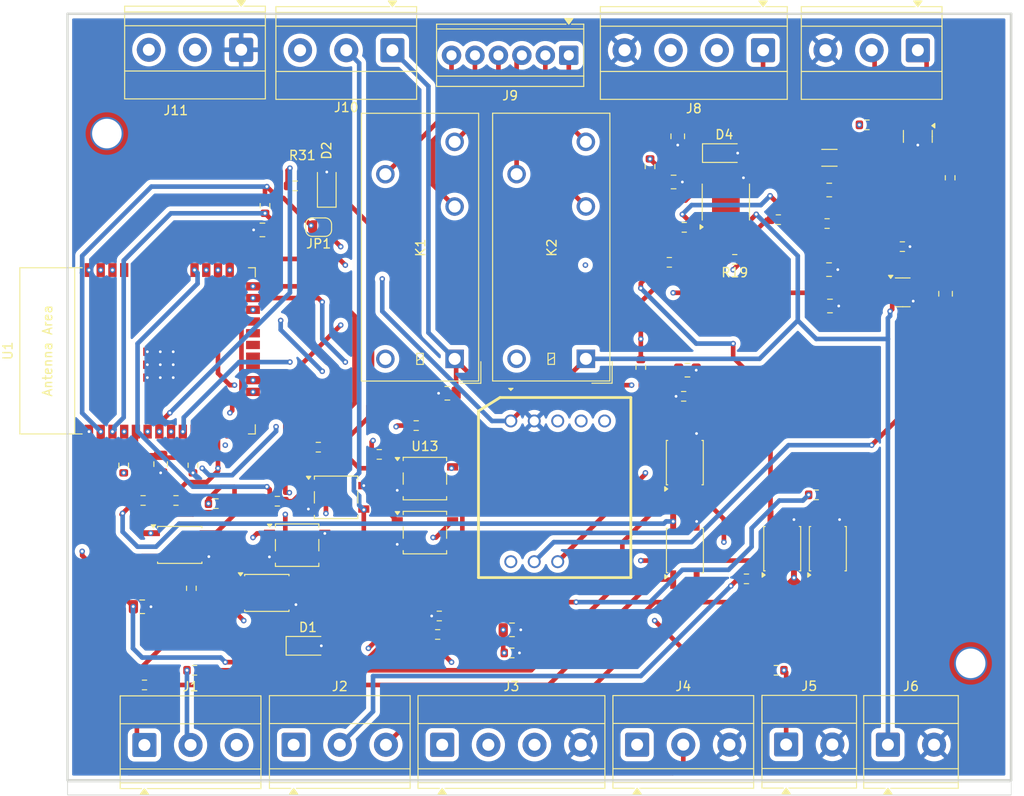
<source format=kicad_pcb>
(kicad_pcb (version 20241229) (generator "pcbnew") (generator_version "9.0")
  (layers (0 "F.Cu" signal) (4 "In1.Cu" signal) (6 "In2.Cu" signal) (2 "B.Cu" signal) (13 "F.Paste" user) (15 "B.Paste" user) (5 "F.SilkS" user "F.Silkscreen") (7 "B.SilkS" user "B.Silkscreen") (1 "F.Mask" user) (3 "B.Mask" user) (25 "Edge.Cuts" user))
  (net 0 "")
  (net 1 "GPIO1")
  (net 2 "+3.3V")
  (net 3 "/NIVARA_BOARD/VOLTAGE_AOUTPUT")
  (net 5 "/NIVARA_BOARD/mA_AOUTPUT+")
  (net 6 "/NIVARA_BOARD/+10V_AINPUT")
  (net 7 "/NIVARA_BOARD/+32V_AINPUT")
  (net 8 "GND")
  (net 11 "/NIVARA_BOARD/NPN_DOUTPUT_1")
  (net 12 "GPIO16")
  (net 14 "SPII06")
  (net 15 "/NIVARA_BOARD/NPN_DINPUT_1")
  (net 16 "Net-(U1-EN)")
  (net 18 "Net-(R10-Pad2)")
  (net 19 "Net-(U10-V5V)")
  (net 20 "/NIVARA_BOARD/PNP_DINPUT_0")
  (net 22 "Net-(R18-Pad2)")
  (net 23 "/NIVARA_BOARD/PNP_DINPUT_1")
  (net 24 "/NIVARA_BOARD/Modulo_RS485/~{TX}{slash}RX")
  (net 25 "GPIO48")
  (net 27 "/NIVARA_BOARD/NPN_DINPUT_0")
  (net 29 "GPIO47")
  (net 32 "Net-(R16-Pad2)")
  (net 34 "GPIO45")
  (net 35 "unconnected-(U1-SPIDQS{slash}GPIO37{slash}FSPIQ{slash}SUBSPIQ-Pad30)")
  (net 38 "/NIVARA_BOARD/~{RUN}{slash}STOP")
  (net 39 "GPIO10")
  (net 41 "VCC")
  (net 42 "Net-(U2-SW)")
  (net 43 "Net-(U2-BST)")
  (net 44 "/NIVARA_BOARD/RS485_B")
  (net 46 "/NIVARA_BOARD/RS485_A")
  (net 47 "GPIO21")
  (net 48 "GPIO4")
  (net 49 "/NIVARA_BOARD/RL2_OUTPUT_NC")
  (net 50 "/NIVARA_BOARD/RL2_OUTPUT_NO")
  (net 51 "/NIVARA_BOARD/RL2_COM")
  (net 52 "/NIVARA_BOARD/RL1_OUTPUT_NC")
  (net 53 "GPIO5")
  (net 54 "/NIVARA_BOARD/RL1_COM")
  (net 55 "/NIVARA_BOARD/RL1_OUTPUT_NO")
  (net 56 "Net-(R27-Pad2)")
  (net 57 "GPIO8")
  (net 58 "GPIO9")
  (net 59 "Net-(D2-A1)")
  (net 60 "/NIVARA_BOARD/Entradas_NPN/NPN_Output0")
  (net 61 "GPIO6")
  (net 62 "GPIO7")
  (net 63 "Net-(R31-Pad2)")
  (net 64 "Net-(R9-Pad2)")
  (net 65 "/NIVARA_BOARD/Entradas_NPN/NPN_Output1")
  (net 66 "/NIVARA_BOARD/Salida_mA/mA_IN")
  (net 67 "GPIO38")
  (net 68 "Net-(R15-Pad2)")
  (net 69 "Net-(R17-Pad2)")
  (net 70 "Net-(K1-PadA2)")
  (net 71 "Net-(K2-PadA2)")
  (net 73 "GPIO15")
  (net 75 "Net-(U2-FB)")
  (net 76 "Net-(U3-B)")
  (net 77 "Net-(U3-A)")
  (net 78 "GPIO2")
  (net 79 "NPNIN_GND")
  (net 80 "GPIO3")
  (net 81 "/NIVARA_BOARD/NPN_DOUTPUT_0")
  (net 82 "GPIO46")
  (net 83 "/NIVARA_BOARD/DRY_DINPUT_0")
  (net 84 "/NIVARA_BOARD/DRY_DINPUT_1")
  (net 85 "PNPIN_GND")
  (net 86 "Net-(R26-Pad2)")
  (net 87 "/NIVARA_BOARD/PNP_DOUTPUT_0")
  (net 88 "Net-(R30-Pad2)")
  (net 89 "/NIVARA_BOARD/PNP_DOUTPUT_1")
  (footprint "Jumper:SolderJumper-2_P1.3mm_Open_RoundedPad1.0x1.5mm" (layer "F.Cu") (at 119.61 81.39 180)
    (property "Reference" "JP1")
    (property "Value" "SolderJumper_2_Open" (hide yes))
  )
  (footprint "PCM_Espressif:ESP32-S3-WROOM-1" (layer "F.Cu") (at 103 94.785 90)
    (property "Reference" "U1")
    (property "Value" "ESP32-S3-WROOM-1" (hide yes))
  )
  (footprint "TerminalBlock_TE-Connectivity:TerminalBlock_TE_282834-6_1x06_P2.54mm_Horizontal" (layer "F.Cu") (at 146.7 62.78 180)
    (property "Reference" "J9")
    (property "Value" "Screw_Terminal_01x06" (hide yes))
  )
  (footprint "Capacitor_SMD:C_0805_2012Metric" (layer "F.Cu") (at 174.985 89.93 180)
    (property "Reference" "C5" (hide yes))
    (property "Value" "22uF")
  )
  (footprint "TerminalBlock_Phoenix:TerminalBlock_Phoenix_MKDS-1,5-3_1x03_P5.00mm_Horizontal" (layer "F.Cu") (at 184.5 62.23 180)
    (property "Reference" "J7" (hide yes))
    (property "Value" "Screw_Terminal_01x03" (hide yes))
  )
  (footprint "Capacitor_SMD:C_0805_2012Metric" (layer "F.Cu") (at 174.885 85.99 180)
    (property "Reference" "C6" (hide yes))
    (property "Value" "22uF")
  )
  (footprint "TerminalBlock_Phoenix:TerminalBlock_Phoenix_MKDS-1,5-3_1x03_P5.00mm_Horizontal" (layer "F.Cu") (at 100.74 137.47)
    (property "Reference" "J1")
    (property "Value" "Screw_Terminal_01x03" (hide yes))
  )
  (footprint "Resistor_SMD:R_0603_1608Metric" (layer "F.Cu") (at 115.14 111.07)
    (property "Reference" "R15" (hide yes))
    (property "Value" "100")
  )
  (footprint "Capacitor_SMD:C_0805_2012Metric" (layer "F.Cu") (at 159.55 96.88)
    (property "Reference" "C7" (hide yes))
    (property "Value" "100nF")
  )
  (footprint "Resistor_SMD:R_0603_1608Metric" (layer "F.Cu") (at 188 76.0425 90)
    (property "Reference" "R8" (hide yes))
    (property "Value" "120")
  )
  (footprint "Package_TO_SOT_SMD:SOT-23" (layer "F.Cu") (at 184.5 71.5625 -90)
    (property "Reference" "D3" (hide yes))
    (property "Value" "SM712_SOT23" (hide yes))
  )
  (footprint "TerminalBlock_Phoenix:TerminalBlock_Phoenix_MKDS-1,5-3_1x03_P5.00mm_Horizontal" (layer "F.Cu") (at 116.9 137.4475)
    (property "Reference" "J2")
    (property "Value" "Screw_Terminal_01x03" (hide yes))
  )
  (footprint "Resistor_SMD:R_0603_1608Metric" (layer "F.Cu") (at 113.8 79.065 -90)
    (property "Reference" "R4" (hide yes))
    (property "Value" "10k")
  )
  (footprint "Resistor_SMD:R_0603_1608Metric" (layer "F.Cu") (at 174.675 81)
    (property "Reference" "R5" (hide yes))
    (property "Value" "196k")
  )
  (footprint "Resistor_SMD:R_0603_1608Metric" (layer "F.Cu") (at 169.175 129.38)
    (property "Reference" "R1" (hide yes))
    (property "Value" "10k")
  )
  (footprint "Capacitor_SMD:C_0805_2012Metric" (layer "F.Cu") (at 140.55 125)
    (property "Reference" "C8" (hide yes))
    (property "Value" "100nF" (hide yes))
  )
  (footprint "Capacitor_SMD:C_0805_2012Metric" (layer "F.Cu") (at 158.05 76.5 180)
    (property "Reference" "C11" (hide yes))
    (property "Value" "1uF")
  )
  (footprint "Relay_THT:Relay_SPDT_Omron_G2RL-1" (layer "F.Cu") (at 134.3375 95.6575 180)
    (property "Reference" "K1")
    (property "Value" "G2RL-1" (hide yes))
  )
  (footprint "Resistor_SMD:R_0603_1608Metric" (layer "F.Cu") (at 108.5 111.33)
    (property "Reference" "R20" (hide yes))
    (property "Value" "412")
  )
  (footprint "Capacitor_SMD:C_0805_2012Metric" (layer "F.Cu") (at 187.5025 88.605 -90)
    (property "Reference" "C3" (hide yes))
    (property "Value" "100nF")
  )
  (footprint "Package_SO:SO-4_4.4x3.6mm_P2.54mm" (layer "F.Cu") (at 169.815 116.21 90)
    (property "Reference" "U12" (hide yes))
    (property "Value" "LTV-357TB" (hide yes))
  )
  (footprint "Riqi_Parts:eSOP-8" (layer "F.Cu") (at 160.582 79.034 90)
    (property "Reference" "U10" (hide yes))
    (property "Value" "~")
  )
  (footprint "Resistor_SMD:R_0603_1608Metric" (layer "F.Cu") (at 117.07 76.92)
    (property "Reference" "R31")
    (property "Value" "100")
  )
  (footprint "Package_SO:SO-4_4.4x4.3mm_P2.54mm" (layer "F.Cu") (at 117.28 115.83)
    (property "Reference" "U7" (hide yes))
    (property "Value" "~" (hide yes))
  )
  (footprint "TerminalBlock_Phoenix:TerminalBlock_Phoenix_MKDS-1,5-2_1x02_P5.00mm_Horizontal" (layer "F.Cu") (at 181.26 137.44)
    (property "Reference" "J6")
    (property "Value" "Screw_Terminal_01x02" (hide yes))
  )
  (footprint "Resistor_SMD:R_0603_1608Metric" (layer "F.Cu") (at 154.5 96.555 90)
    (property "Reference" "R12" (hide yes))
    (property "Value" "412")
  )
  (footprint "Resistor_SMD:R_0603_1608Metric" (layer "F.Cu") (at 140.535 127.5 180)
    (property "Reference" "R14" (hide yes))
    (property "Value" "120" (hide yes))
  )
  (footprint "Diode_SMD:D_SMF" (layer "F.Cu") (at 163.54 73.37)
    (property "Reference" "D4")
    (property "Value" "SMF24A" (hide yes))
  )
  (footprint "Resistor_SMD:R_0603_1608Metric" (layer "F.Cu") (at 132.675 123.5 180)
    (property "Reference" "R22" (hide yes))
    (property "Value" "13k")
  )
  (footprint "Diode_SMD:D_SMF" (layer "F.Cu") (at 118.45 126.73)
    (property "Reference" "D1")
    (property "Value" "SMF24A" (hide yes))
  )
  (footprint "Riqi_Parts:YLPTEC RSM3485ECHT" (layer "F.Cu") (at 136.92 99.84 -90)
    (property "Reference" "U3" (hide yes))
    (property "Value" "~" (hide yes))
  )
  (footprint "TerminalBlock_Phoenix:TerminalBlock_Phoenix_MKDS-1,5-4_1x04_P5.00mm_Horizontal" (layer "F.Cu") (at 167.74 62.23 180)
    (property "Reference" "J8")
    (property "Value" "Screw_Terminal_01x04" (hide yes))
  )
  (footprint "Resistor_SMD:R_0603_1608Metric" (layer "F.Cu") (at 132.5 125.5)
    (property "Reference" "R21" (hide yes))
    (property "Value" "160k")
  )
  (footprint "MountingHole:MountingHole_3.2mm_M3_DIN965_Pad_TopOnly" (layer "F.Cu") (at 96.675 71.255)
    (property "Reference" "REF**" (hide yes))
    (property "Value" "MountingHole_3.2mm_M3_DIN965_Pad_TopOnly" (hide yes))
  )
  (footprint "Capacitor_SMD:C_0805_2012Metric" (layer "F.Cu") (at 133.55 99.38)
    (property "Reference" "C2" (hide yes))
    (property "Value" "10uF")
  )
  (footprint "Resistor_SMD:R_0603_1608Metric" (layer "F.Cu") (at 104.16 110.99)
    (property "Reference" "R28" (hide yes))
    (property "Value" "412")
  )
  (footprint "Resistor_SMD:R_0603_1608Metric" (layer "F.Cu") (at 157.59 85.2)
    (property "Reference" "R29" (hide yes))
    (property "Value" "412")
  )
  (footprint "Resistor_SMD:R_0603_1608Metric" (layer "F.Cu") (at 98.5 107.175 90)
    (property "Reference" "R23" (hide yes))
    (property "Value" "51k")
  )
  (footprint "Capacitor_SMD:C_0805_2012Metric" (layer "F.Cu") (at 158.5 71.55 90)
    (property "Reference" "C12" (hide yes))
    (property "Value" "100nF")
  )
  (footprint "Package_SO:SO-4_4.4x3.6mm_P2.54mm" (layer "F.Cu") (at 174.755 116.21 90)
    (property "Reference" "U11" (hide yes))
    (property "Value" "LTV-357TB" (hide yes))
  )
  (footprint "Package_SO:SO-4_4.4x3.6mm_P2.54mm" (layer "F.Cu") (at 159.275 116.41 90)
    (property "Reference" "U4" (hide yes))
    (property "Value" "LTV-357TB" (hide yes))
  )
  (footprint "Package_SO:SO-4_4.4x4.3mm_P2.54mm" (layer "F.Cu") (at 131.12 114.47)
    (property "Reference" "U14" (hide yes))
    (property "Value" "~")
  )
  (footprint "Capacitor_SMD:C_0805_2012Metric" (layer "F.Cu") (at 100.5 122.5)
    (property "Reference" "C9" (hide yes))
    (property "Value" "100nF")
  )
  (footprint "Resistor_SMD:R_0603_1608Metric" (layer "F.Cu") (at 164.675 84.88 180)
    (property "Reference" "R19")
    (property "Value" "412")
  )
  (footprint "Resistor_SMD:R_0603_1608Metric" (layer "F.Cu") (at 159.14 99.71)
    (property "Reference" "R13" (hide yes))
    (property "Value" "120")
  )
  (footprint "Resistor_SMD:R_0603_1608Metric" (layer "F.Cu") (at 165.94 119.48)
    (property "Reference" "R27" (hide yes))
    (property "Value" "910")
  )
  (footprint "Capacitor_SMD:C_0805_2012Metric" (layer "F.Cu") (at 174.905 77.37)
    (property "Reference" "C4" (hide yes))
    (property "Value" "100pF")
  )
  (footprint "Package_SO:SO-4_4.4x3.6mm_P2.54mm" (layer "F.Cu") (at 114 121)
    (property "Reference" "U8" (hide yes))
    (property "Value" "LTV-357TB" (hide yes))
  )
  (footprint "Package_SO:SO-4_4.4x4.3mm_P2.54mm" (layer "F.Cu") (at 131.12 108.62)
    (property "Reference" "U13")
    (property "Value" "~")
  )
  (footprint "TerminalBlock_Phoenix:TerminalBlock_Phoenix_MKDS-1,5-3_1x03_P5.00mm_Horizontal" (layer "F.Cu") (at 111.22 62.18 180)
    (property "Reference" "J11")
    (property "Value" "Screw_Terminal_01x03" (hide yes))
  )
  (footprint "TerminalBlock_Phoenix:TerminalBlock_Phoenix_MKDS-1,5-4_1x04_P5.00mm_Horizontal" (layer "F.Cu") (at 132.99 137.4475)
    (property "Reference" "J3")
    (property "Value" "Screw_Terminal_01x04" (hide yes))
  )
  (footprint "Resistor_SMD:R_0603_1608Metric" (layer "F.Cu") (at 173.5 110.38)
    (property "Reference" "R26" (hide yes))
    (property "Value" "910")
  )
  (footprint "Resistor_SMD:R_0603_1608Metric" (layer "F.Cu") (at 100.75 130.97)
    (property "Reference" "R9" (hide yes))
    (property "Value" "910" (hide yes))
  )
  (footprint "TerminalBlock_Phoenix:TerminalBlock_Phoenix_MKDS-1,5-3_1x03_P5.00mm_Horizontal" (layer "F.Cu") (at 154.1 137.4375)
    (property "Reference" "J4")
    (property "Value" "Screw_Terminal_01x03" (hide yes))
  )
  (footprint "Relay_THT:Relay_SPDT_Omron_G2RL-1" (layer "F.Cu") (at 148.55 95.65 180)
    (property "Reference" "K2")
    (property "Value" "G2RL-1" (hide yes))
  )
  (footprint "Resistor_SMD:R_0603_1608Metric" (layer "F.Cu") (at 182.825 83.5)
    (property "Reference" "R6" (hide yes))
    (property "Value" "62k")
  )
  (footprint "Package_SO:SO-4_4.4x4.3mm_P2.54mm" (layer "F.Cu") (at 121.5 110.65)
    (property "Reference" "U6" (hide yes))
    (property "Value" "~")
  )
  (footprint "Package_SO:SO-4_4.4x3.6mm_P2.54mm" (layer "F.Cu") (at 104.57 115.8025)
    (property "Reference" "U9" (hide yes))
    (property "Value" "LTV-357TB" (hide yes))
  )
  (footprint "Resistor_SMD:R_0603_1608Metric" (layer "F.Cu") (at 169.395 80.58)
    (property "Reference" "R3" (hide yes))
    (property "Value" "4.7k")
  )
  (footprint "Diode_SMD:D_SMF" (layer "F.Cu") (at 120.49 76.8675 90)
    (property "Reference" "D2")
    (property "Value" "SMF24A" (hide yes))
  )
  (footprint "MountingHole:MountingHole_3.2mm_M3_DIN965_Pad_TopOnly" (layer "F.Cu") (at 190.22 128.63)
    (property "Reference" "REF**" (hide yes))
    (property "Value" "MountingHole_3.2mm_M3_DIN965_Pad_TopOnly" (hide yes))
  )
  (footprint "Resistor_SMD:R_0603_1608Metric" (layer "F.Cu") (at 105.825 120.5 90)
    (property "Reference" "R17" (hide yes))
    (property "Value" "910")
  )
  (footprint "Resistor_SMD:R_0603_1608Metric" (layer "F.Cu") (at 178.995 70.31)
    (property "Reference" "R7" (hide yes))
    (property "Value" "120")
  )
  (footprint "Resistor_SMD:R_0603_1608Metric" (layer "F.Cu") (at 100.6 110.99)
    (property "Reference" "R11" (hide yes))
    (property "Value" "412")
  )
  (footprint "TerminalBlock_Phoenix:TerminalBlock_Phoenix_MKDS-1,5-3_1x03_P5.00mm_Horizontal" (layer "F.Cu") (at 127.6 62.23 180)
    (property "Reference" "J10")
    (property "Value" "Screw_Terminal_01x03" (hide yes))
  )
  (footprint "Inductor_SMD:L_1206_3216Metric" (layer "F.Cu") (at 174.925 73.88 180)
    (property "Reference" "L1" (hide yes))
    (property "Value" "6.8uH")
  )
  (footprint "Package_SO:SO-4_4.4x3.6mm_P2.54mm" (layer "F.Cu") (at 159.265 106.89 90)
    (property "Reference" "U5" (hide yes))
    (property "Value" "LTV-357TB" (hide yes))
  )
  (footprint "Package_TO_SOT_SMD:TSOT-23-6" (layer "F.Cu") (at 182.8625 88.45)
    (property "Reference" "U2" (hide yes))
    (property "Value" "AP63200WU" (hide yes))
  )
  (footprint "Resistor_SMD:R_0603_1608Metric" (layer "F.Cu") (at 155.5 74.825 -90)
    (property "Reference" "R25" (hide yes))
    (property "Value" "10k")
  )
  (footprint "Resistor_SMD:R_0603_1608Metric" (layer "F.Cu") (at 130.175 102.88 180)
    (property "Reference" "R18" (hide yes))
    (property "Value" "910")
  )
  (footprint "Resistor_SMD:R_0603_1608Metric" (layer "F.Cu") (at 159.205 81.41)
    (property "Reference" "R2" (hide yes))
    (property "Value" "4.7k")
  )
  (footprint "TerminalBlock_Phoenix:TerminalBlock_Phoenix_MKDS-1,5-2_1x02_P5.00mm_Horizontal" (layer "F.Cu") (at 170.24 137.4175)
    (property "Reference" "J5")
    (property "Value" "Screw_Terminal_01x02" (hide yes))
  )
  (footprint "Capacitor_SMD:C_0805_2012Metric" (layer "F.Cu") (at 102.5 107.05 -90)
    (property "Reference" "C10" (hide yes))
    (property "Value" "100nF")
  )
  (footprint "Resistor_SMD:R_0603_1608Metric" (layer "F.Cu") (at 106 107.175 -90)
    (property "Reference" "R24" (hide yes))
    (property "Value" "16k")
  )
  (footprint "Resistor_SMD:R_0603_1608Metric" (layer "F.Cu") (at 119.575 105.22)
    (property "Reference" "R16" (hide yes))
    (property "Value" "100")
  )
  (footprint "Resistor_SMD:R_0603_1608Metric" (layer "F.Cu") (at 106.175 129.38)
    (property "Reference" "R10" (hide yes))
    (property "Value" "910")
  )
  (footprint "Capacitor_SMD:C_0805_2012Metric" (layer "F.Cu") (at 113.52 81.69 180)
    (property "Reference" "C1" (hide yes))
    (property "Value" "1uF")
  )
  (footprint "Resistor_SMD:R_0603_1608Metric" (layer "F.Cu") (at 126.175 106)
    (property "Reference" "R30" (hide yes))
    (property "Value" "100")
  )
  (gr_line (start 194.614 58.284) (end 92.414 58.284) (stroke (width 0.25)) (layer "Edge.Cuts"))
  (gr_line (start 92.414 141.284) (end 194.614 141.284) (stroke (width 0.25)) (layer "Edge.Cuts"))
  (gr_line (start 92.414 58.284) (end 92.414 141.284) (stroke (width 0.25)) (layer "Edge.Cuts"))
  (gr_rect (start 92.414 58.284) (end 194.48 141.52) (stroke (width 0.05)) (fill no) (layer "Edge.Cuts"))
  (gr_rect (start 92.414 58.284) (end 194.614 142.88) (stroke (width 0.05)) (fill no) (layer "Edge.Cuts"))
  (gr_rect (start 92.414 58.284) (end 194.614 142.88) (stroke (width 0.05)) (fill no) (layer "Edge.Cuts"))
  (gr_line (start 194.614 141.284) (end 194.614 58.284) (stroke (width 0.25)) (layer "Edge.Cuts"))
  (segment (start 163.075 81.295) (end 163.075 79.305) (width 0.5) (layer "F.Cu") (net 0))
  (segment (start 164.345 81.295) (end 164.345 79.305) (width 0.5) (layer "F.Cu") (net 0))
  (segment (start 164.345 79.305) (end 163.71 78.67) (width 0.5) (layer "F.Cu") (net 0))
  (segment (start 163.075 79.305) (end 163.71 78.67) (width 0.5) (layer "F.Cu") (net 0))
  (segment (start 139.6 125) (end 139.6 127.39) (width 0.5) (layer "F.Cu") (net 1))
  (segment (start 139.6 127.39) (end 139.71 127.5) (width 0.5) (layer "F.Cu") (net 1))
  (via (at 139.71 127.5) (size 0.6) (drill 0.3) (layers "F.Cu" "B.Cu") (net 1))
  (via (at 139.6 125) (size 0.6) (drill 0.3) (layers "F.Cu" "B.Cu") (net 1))
  (via (at 96.01 86.035) (size 0.6) (drill 0.3) (layers "F.Cu" "B.Cu") (net 1))
  (segment (start 168.35 129.38) (end 161.38 129.38) (width 0.5) (layer "F.Cu") (net 2))
  (segment (start 161.38 129.38) (end 156 124) (width 0.5) (layer "F.Cu") (net 2))
  (segment (start 158.415 85.2) (end 158.415 85.585) (width 0.5) (layer "F.Cu") (net 2))
  (segment (start 115.24 78.24) (end 115.81 78.24) (width 0.5) (layer "F.Cu") (net 2))
  (segment (start 108.399 112.256) (end 109.325 111.33) (width 0.5) (layer "F.Cu") (net 2))
  (segment (start 97.5 109.5) (end 96.01 108.01) (width 0.5) (layer "F.Cu") (net 2))
  (segment (start 113.8 77.2) (end 113.8 78.24) (width 0.5) (layer "F.Cu") (net 2))
  (segment (start 104.985 110.99) (end 106.251 112.256) (width 0.5) (layer "F.Cu") (net 2))
  (segment (start 101.425 110.99) (end 99.935 109.5) (width 0.5) (layer "F.Cu") (net 2))
  (segment (start 154.5 93.5) (end 154.5 95.73) (width 0.5) (layer "F.Cu") (net 2))
  (segment (start 114 77) (end 113.8 77.2) (width 0.5) (layer "F.Cu") (net 2))
  (segment (start 140.42 102.38) (end 144.3 98.5) (width 0.5) (layer "F.Cu") (net 2))
  (segment (start 158.38 81.41) (end 158.38 85.165) (width 0.5) (layer "F.Cu") (net 2))
  (segment (start 163.85 84.88) (end 163.12 84.88) (width 0.5) (layer "F.Cu") (net 2))
  (segment (start 114 77) (end 115.24 78.24) (width 0.5) (layer "F.Cu") (net 2))
  (segment (start 102.935 112.5) (end 106.007 112.5) (width 0.5) (layer "F.Cu") (net 2))
  (segment (start 163.12 84.88) (end 162.8 85.2) (width 0.5) (layer "F.Cu") (net 2))
  (segment (start 158.38 85.165) (end 158.415 85.2) (width 0.5) (layer "F.Cu") (net 2))
  (segment (start 101.425 110.99) (end 102.935 112.5) (width 0.5) (layer "F.Cu") (net 2))
  (segment (start 168.57 80.58) (end 168.15 80.58) (width 0.5) (layer "F.Cu") (net 2))
  (segment (start 162.8 85.2) (end 158.415 85.2) (width 0.5) (layer "F.Cu") (net 2))
  (segment (start 99.935 109.5) (end 97.5 109.5) (width 0.5) (layer "F.Cu") (net 2))
  (segment (start 144.3 98.5) (end 153.5 98.5) (width 0.5) (layer "F.Cu") (net 2))
  (segment (start 106.007 112.5) (end 106.251 112.256) (width 0.5) (layer "F.Cu") (net 2))
  (segment (start 118.785 81.215) (end 118.96 81.39) (width 0.5) (layer "F.Cu") (net 2))
  (segment (start 168.15 80.58) (end 163.85 84.88) (width 0.5) (layer "F.Cu") (net 2))
  (segment (start 96.01 108.01) (end 96.01 103.535) (width 0.5) (layer "F.Cu") (net 2))
  (segment (start 106.251 112.256) (end 108.399 112.256) (width 0.5) (layer "F.Cu") (net 2))
  (segment (start 158.415 85.585) (end 154.5 89.5) (width 0.5) (layer "F.Cu") (net 2))
  (segment (start 115.81 78.24) (end 118.785 81.215) (width 0.5) (layer "F.Cu") (net 2))
  (segment (start 154.5 89.5) (end 154.5 93.5) (width 0.5) (layer "F.Cu") (net 2))
  (via (at 114 77) (size 0.6) (drill 0.3) (layers "F.Cu" "B.Cu") (net 2))
  (via (at 118.785 81.215) (size 0.6) (drill 0.3) (layers "F.Cu" "B.Cu") (net 2))
  (via (at 96.01 103.535) (size 0.6) (drill 0.3) (layers "F.Cu" "B.Cu") (net 2))
  (via (at 156 124) (size 0.6) (drill 0.3) (layers "F.Cu" "B.Cu") (net 2))
  (via (at 153.5 98.5) (size 0.6) (drill 0.3) (layers "F.Cu" "B.Cu") (net 2))
  (via (at 126.5 87) (size 0.6) (drill 0.3) (layers "F.Cu" "B.Cu") (net 2))
  (via (at 154.5 93.5) (size 0.6) (drill 0.3) (layers "F.Cu" "B.Cu") (net 2))
  (segment (start 94 84.5) (end 94 85.712925) (width 0.5) (layer "B.Cu") (net 2))
  (segment (start 126.5 90.5) (end 126.5 87) (width 0.5) (layer "B.Cu") (net 2))
  (segment (start 138.38 102.38) (end 126.5 90.5) (width 0.5) (layer "B.Cu") (net 2))
  (segment (start 94 101.525) (end 96.01 103.535) (width 0.5) (layer "B.Cu") (net 2))
  (segment (start 94 85.712925) (end 93.989 85.723925) (width 0.5) (layer "B.Cu") (net 2))
  (segment (start 101.5 77) (end 94 84.5) (width 0.5) (layer "B.Cu") (net 2))
  (segment (start 114 77) (end 101.5 77) (width 0.5) (layer "B.Cu") (net 2))
  (segment (start 140.42 102.38) (end 138.38 102.38) (width 0.5) (layer "B.Cu") (net 2))
  (segment (start 93.989 85.723925) (end 93.989 86.346075) (width 0.5) (layer "B.Cu") (net 2))
  (segment (start 94 86.357075) (end 94 101.525) (width 0.5) (layer "B.Cu") (net 2))
  (segment (start 93.989 86.346075) (end 94 86.357075) (width 0.5) (layer "B.Cu") (net 2))
  (segment (start 164.345 75.625) (end 162.09 73.37) (width 0.5) (layer "F.Cu") (net 3))
  (segment (start 167.74 67.72) (end 162.09 73.37) (width 0.5) (layer "F.Cu") (net 3))
  (segment (start 158.5 70.6) (end 159.32 70.6) (width 0.5) (layer "F.Cu") (net 3))
  (segment (start 167.74 62.23) (end 167.74 67.72) (width 0.5) (layer "F.Cu") (net 3))
  (segment (start 164.345 76.045) (end 164.345 75.625) (width 0.5) (layer "F.Cu") (net 3))
  (segment (start 159.32 70.6) (end 162.09 73.37) (width 0.5) (layer "F.Cu") (net 3))
  (via (at 98.5 108) (size 0.6) (drill 0.3) (layers "F.Cu" "B.Cu") (net 6))
  (segment (start 131.675 125.5) (end 131.675 126.175) (width 0.5) (layer "F.Cu") (net 7))
  (segment (start 131.675 126.175) (end 134 128.5) (width 0.5) (layer "F.Cu") (net 7))
  (via (at 134 128.5) (size 0.6) (drill 0.3) (layers "F.Cu" "B.Cu") (net 7))
  (via (at 103.86 94.885) (size 0.6) (drill 0.3) (layers "F.Cu" "B.Cu") (net 8))
  (via (at 124.5 109.38) (size 0.6) (drill 0.3) (layers "F.Cu" "B.Cu") (net 8))
  (via (at 160.535 103.74) (size 0.6) (drill 0.3) (layers "F.Cu" "B.Cu") (net 8))
  (via (at 102.5 108) (size 0.6) (drill 0.3) (layers "F.Cu" "B.Cu") (net 8))
  (via (at 128.12 115.74) (size 0.6) (drill 0.3) (layers "F.Cu" "B.Cu") (net 8))
  (via (at 158.5 72.5) (size 0.6) (drill 0.3) (layers "F.Cu" "B.Cu") (net 8))
  (via (at 101.45 122.5) (size 0.6) (drill 0.3) (layers "F.Cu" "B.Cu") (net 8))
  (via (at 132.6 99.38) (size 0.6) (drill 0.3) (layers "F.Cu" "B.Cu") (net 8))
  (via (at 184.5 72.5) (size 0.6) (drill 0.3) (layers "F.Cu" "B.Cu") (net 8))
  (via (at 94.74 86.035) (size 0.6) (drill 0.3) (layers "F.Cu" "B.Cu") (net 8))
  (via (at 103.86 97.685) (size 0.6) (drill 0.3) (layers "F.Cu" "B.Cu") (net 8))
  (via (at 131.85 123.5) (size 0.6) (drill 0.3) (layers "F.Cu" "B.Cu") (net 8))
  (via (at 102.46 96.285) (size 0.6) (drill 0.3) (layers "F.Cu" "B.Cu") (net 8))
  (via (at 117.15 122.27) (size 0.6) (drill 0.3) (layers "F.Cu" "B.Cu") (net 8))
  (via (at 159 76.5) (size 0.6) (drill 0.3) (layers "F.Cu" "B.Cu") (net 8))
  (via (at 141.36 127.5) (size 0.6) (drill 0.3) (layers "F.Cu" "B.Cu") (net 8))
  (via (at 107.72 117.0725) (size 0.6) (drill 0.3) (layers "F.Cu" "B.Cu") (net 8))
  (via (at 120.49 75.4175) (size 0.6) (drill 0.3) (layers "F.Cu" "B.Cu") (net 8))
  (via (at 175.835 85.99) (size 0.6) (drill 0.3) (layers "F.Cu" "B.Cu") (net 8))
  (via (at 106 108) (size 0.6) (drill 0.3) (layers "F.Cu" "B.Cu") (net 8))
  (via (at 165.615 76.045) (size 0.6) (drill 0.3) (layers "F.Cu" "B.Cu") (net 8))
  (via (at 176.025 113.06) (size 0.6) (drill 0.3) (layers "F.Cu" "B.Cu") (net 8))
  (via (at 114.28 117.1) (size 0.6) (drill 0.3) (layers "F.Cu" "B.Cu") (net 8))
  (via (at 141.5 125) (size 0.6) (drill 0.3) (layers "F.Cu" "B.Cu") (net 8))
  (via (at 158.315 99.71) (size 0.6) (drill 0.3) (layers "F.Cu" "B.Cu") (net 8))
  (via (at 164.99 73.37) (size 0.6) (drill 0.3) (layers "F.Cu" "B.Cu") (net 8))
  (via (at 102.46 94.885) (size 0.6) (drill 0.3) (layers "F.Cu" "B.Cu") (net 8))
  (via (at 175.935 89.93) (size 0.6) (drill 0.3) (layers "F.Cu" "B.Cu") (net 8))
  (via (at 102.46 97.685) (size 0.6) (drill 0.3) (layers "F.Cu" "B.Cu") (net 8))
  (via (at 128.12 109.89) (size 0.6) (drill 0.3) (layers "F.Cu" "B.Cu") (net 8))
  (via (at 160.545 113.26) (size 0.6) (drill 0.3) (layers "F.Cu" "B.Cu") (net 8))
  (via (at 119.9 126.73) (size 0.6) (drill 0.3) (layers "F.Cu" "B.Cu") (net 8))
  (via (at 160.5 96.88) (size 0.6) (drill 0.3) (layers "F.Cu" "B.Cu") (net 8))
  (via (at 94.74 103.535) (size 0.6) (drill 0.3) (layers "F.Cu" "B.Cu") (net 8))
  (via (at 183.65 83.5) (size 0.6) (drill 0.3) (layers "F.Cu" "B.Cu") (net 8))
  (via (at 171.085 113.06) (size 0.6) (drill 0.3) (layers "F.Cu" "B.Cu") (net 8))
  (via (at 101.06 94.885) (size 0.6) (drill 0.3) (layers "F.Cu" "B.Cu") (net 8))
  (via (at 103.86 96.285) (size 0.6) (drill 0.3) (layers "F.Cu" "B.Cu") (net 8))
  (via (at 112.57 81.69) (size 0.6) (drill 0.3) (layers "F.Cu" "B.Cu") (net 8))
  (via (at 184 89.4) (size 0.6) (drill 0.3) (layers "F.Cu" "B.Cu") (net 8))
  (via (at 101.06 97.685) (size 0.6) (drill 0.3) (layers "F.Cu" "B.Cu") (net 8))
  (via (at 118.5 111.92) (size 0.6) (drill 0.3) (layers "F.Cu" "B.Cu") (net 8))
  (via (at 101.06 96.285) (size 0.6) (drill 0.3) (layers "F.Cu" "B.Cu") (net 8))
  (via (at 120.28 114.56) (size 0.6) (drill 0.3) (layers "F.Cu" "B.Cu") (net 8))
  (segment (start 170.22 79.72) (end 168.5 78) (width 0.5) (layer "F.Cu") (net 12))
  (segment (start 160.03 81.03) (end 159 80) (width 0.5) (layer "F.Cu") (net 12))
  (segment (start 170.22 80.58) (end 170.22 79.72) (width 0.5) (layer "F.Cu") (net 12))
  (segment (start 160.03 81.41) (end 161.69 81.41) (width 0.5) (layer "F.Cu") (net 12))
  (segment (start 161.69 81.41) (end 161.805 81.295) (width 0.5) (layer "F.Cu") (net 12))
  (segment (start 160.03 81.41) (end 160.03 81.03) (width 0.5) (layer "F.Cu") (net 12))
  (via (at 116.5 96) (size 0.6) (drill 0.3) (layers "F.Cu" "B.Cu") (net 12))
  (via (at 168.5 78) (size 0.6) (drill 0.3) (layers "F.Cu" "B.Cu") (net 12))
  (via (at 168.5 78) (size 0.6) (drill 0.3) (layers "F.Cu" "B.Cu") (net 12))
  (via (at 159 80) (size 0.6) (drill 0.3) (layers "F.Cu" "B.Cu") (net 12))
  (via (at 104.9 103.535) (size 0.6) (drill 0.3) (layers "F.Cu" "B.Cu") (net 12))
  (segment (start 105 103.435) (end 104.9 103.535) (width 0.5) (layer "B.Cu") (net 12))
  (segment (start 111 96) (end 105 102) (width 0.5) (layer "B.Cu") (net 12))
  (segment (start 116.5 96) (end 111 96) (width 0.5) (layer "B.Cu") (net 12))
  (segment (start 160 79) (end 159 80) (width 0.5) (layer "B.Cu") (net 12))
  (segment (start 167.5 79) (end 160 79) (width 0.5) (layer "B.Cu") (net 12))
  (segment (start 168.5 78) (end 167.5 79) (width 0.5) (layer "B.Cu") (net 12))
  (segment (start 105 102) (end 105 103.435) (width 0.5) (layer "B.Cu") (net 12))
  (segment (start 109.98 86.035) (end 109.98 85.203) (width 0.5) (layer "F.Cu") (net 14))
  (segment (start 121.834 84.834) (end 122.5 85.5) (width 0.5) (layer "F.Cu") (net 14))
  (segment (start 156.269 74.769) (end 155.5 74) (width 0.5) (layer "F.Cu") (net 14))
  (segment (start 163.075 75.6359) (end 162.2081 74.769) (width 0.5) (layer "F.Cu") (net 14))
  (segment (start 109.98 85.203) (end 110.349 84.834) (width 0.5) (layer "F.Cu") (net 14))
  (segment (start 163.075 76.045) (end 163.075 75.6359) (width 0.5) (layer "F.Cu") (net 14))
  (segment (start 110.349 84.834) (end 121.834 84.834) (width 0.5) (layer "F.Cu") (net 14))
  (segment (start 162.2081 74.769) (end 156.269 74.769) (width 0.5) (layer "F.Cu") (net 14))
  (via (at 109.98 86.035) (size 0.6) (drill 0.3) (layers "F.Cu" "B.Cu") (net 14))
  (via (at 155.5 74) (size 0.6) (drill 0.3) (layers "F.Cu" "B.Cu") (net 14))
  (via (at 122.5 85.5) (size 0.6) (drill 0.3) (layers "F.Cu" "B.Cu") (net 14))
  (via (at 148.5 85.5) (size 0.6) (drill 0.3) (layers "F.Cu" "B.Cu") (net 14))
  (via (at 105.35 129.38) (size 0.6) (drill 0.3) (layers "F.Cu" "B.Cu") (net 15))
  (segment (start 105.35 137.08) (end 105.74 137.47) (width 0.5) (layer "B.Cu") (net 15))
  (segment (start 105.35 129.38) (end 105.35 137.08) (width 0.5) (layer "B.Cu") (net 15))
  (segment (start 114.47 81.69) (end 114.47 80.56) (width 0.5) (layer "F.Cu") (net 16))
  (segment (start 114.47 80.56) (end 113.8 79.89) (width 0.5) (layer "F.Cu") (net 16))
  (via (at 97.28 103.535) (size 0.6) (drill 0.3) (layers "F.Cu" "B.Cu") (net 16))
  (via (at 113.8 79.89) (size 0.6) (drill 0.3) (layers "F.Cu" "B.Cu") (net 16))
  (segment (start 103.61 79.89) (end 98.5 85) (width 0.5) (layer "B.Cu") (net 16))
  (segment (start 97.5 103.315) (end 97.28 103.535) (width 0.5) (layer "B.Cu") (net 16))
  (segment (start 97.5 103) (end 97.5 103.315) (width 0.5) (layer "B.Cu") (net 16))
  (segment (start 113.8 79.89) (end 103.61 79.89) (width 0.5) (layer "B.Cu") (net 16))
  (segment (start 98.5 85) (end 98.5 102) (width 0.5) (layer "B.Cu") (net 16))
  (segment (start 98.5 102) (end 97.5 103) (width 0.5) (layer "B.Cu") (net 16))
  (segment (start 107 129.38) (end 142.62 129.38) (width 0.5) (layer "F.Cu") (net 18))
  (segment (start 152.5 115.535) (end 157.995 110.04) (width 0.5) (layer "F.Cu") (net 18))
  (segment (start 152.5 119.5) (end 152.5 115.535) (width 0.5) (layer "F.Cu") (net 18))
  (segment (start 142.62 129.38) (end 152.5 119.5) (width 0.5) (layer "F.Cu") (net 18))
  (segment (start 159.35 78.5) (end 158 78.5) (width 0.5) (layer "F.Cu") (net 19))
  (segment (start 157.1 76.5) (end 156.35 76.5) (width 0.5) (layer "F.Cu") (net 19))
  (segment (start 156.35 76.5) (end 155.5 75.65) (width 0.5) (layer "F.Cu") (net 19))
  (segment (start 157.1 77.6) (end 157.1 76.5) (width 0.5) (layer "F.Cu") (net 19))
  (segment (start 158 78.5) (end 157.1 77.6) (width 0.5) (layer "F.Cu") (net 19))
  (segment (start 161.805 76.045) (end 159.35 78.5) (width 0.5) (layer "F.Cu") (net 19))
  (segment (start 125 127) (end 130 122) (width 0.5) (layer "F.Cu") (net 20))
  (segment (start 130 122) (end 132.5 122) (width 0.5) (layer "F.Cu") (net 20))
  (segment (start 132.5 122) (end 147.5 122) (width 0.5) (layer "F.Cu") (net 20))
  (via (at 172.675 110.38) (size 0.6) (drill 0.3) (layers "F.Cu" "B.Cu") (net 20))
  (via (at 125 127) (size 0.6) (drill 0.3) (layers "F.Cu" "B.Cu") (net 20))
  (via (at 147.5 122) (size 0.6) (drill 0.3) (layers "F.Cu" "B.Cu") (net 20))
  (segment (start 172.055 111) (end 172.675 110.38) (width 0.5) (layer "B.Cu") (net 20))
  (segment (start 166.5 116) (end 166.5 114) (width 0.5) (layer "B.Cu") (net 20))
  (segment (start 155.5 122) (end 159 118.5) (width 0.5) (layer "B.Cu") (net 20))
  (segment (start 169.5 111) (end 172.055 111) (width 0.5) (layer "B.Cu") (net 20))
  (segment (start 164 118.5) (end 166.5 116) (width 0.5) (layer "B.Cu") (net 20))
  (segment (start 147.5 122) (end 155.5 122) (width 0.5) (layer "B.Cu") (net 20))
  (segment (start 166.5 114) (end 169.5 111) (width 0.5) (layer "B.Cu") (net 20))
  (segment (start 159 118.5) (end 164 118.5) (width 0.5) (layer "B.Cu") (net 20))
  (segment (start 128.12 102.88) (end 128 103) (width 0.5) (layer "F.Cu") (net 22))
  (segment (start 129.35 102.88) (end 128.12 102.88) (width 0.5) (layer "F.Cu") (net 22))
  (via (at 107 107.5) (size 0.6) (drill 0.3) (layers "F.Cu" "B.Cu") (net 22))
  (via (at 115 103) (size 0.6) (drill 0.3) (layers "F.Cu" "B.Cu") (net 22))
  (via (at 101.42 114.5325) (size 0.6) (drill 0.3) (layers "F.Cu" "B.Cu") (net 22))
  (via (at 128 103) (size 0.6) (drill 0.3) (layers "F.Cu" "B.Cu") (net 22))
  (segment (start 107.751 108.251) (end 107 107.5) (width 0.5) (layer "B.Cu") (net 22))
  (segment (start 110.249 108.251) (end 107.751 108.251) (width 0.5) (layer "B.Cu") (net 22))
  (segment (start 115 103.5) (end 110.249 108.251) (width 0.5) (layer "B.Cu") (net 22))
  (segment (start 115 103) (end 115 103.5) (width 0.5) (layer "B.Cu") (net 22))
  (segment (start 165.115 119.48) (end 165.02 119.48) (width 0.5) (layer "F.Cu") (net 23))
  (segment (start 165.02 119.48) (end 164.25 120.25) (width 0.5) (layer "F.Cu") (net 23))
  (via (at 164.25 120.25) (size 0.6) (drill 0.3) (layers "F.Cu" "B.Cu") (net 23))
  (segment (start 125.5 130) (end 125.5 133.8475) (width 0.5) (layer "B.Cu") (net 23))
  (segment (start 125.5 133.8475) (end 121.9 137.4475) (width 0.5) (layer "B.Cu") (net 23))
  (segment (start 164.25 120.25) (end 154.5 130) (width 0.5) (layer "B.Cu") (net 23))
  (segment (start 154.5 130) (end 125.5 130) (width 0.5) (layer "B.Cu") (net 23))
  (segment (start 119.57 89.07) (end 120 89.5) (width 0.5) (layer "F.Cu") (net 25))
  (segment (start 112.5 89.07) (end 119.57 89.07) (width 0.5) (layer "F.Cu") (net 25))
  (via (at 120 89.5) (size 0.6) (drill 0.3) (layers "F.Cu" "B.Cu") (net 25))
  (via (at 122.5 96) (size 0.6) (drill 0.3) (layers "F.Cu" "B.Cu") (net 25))
  (via (at 112.5 89.07) (size 0.6) (drill 0.3) (layers "F.Cu" "B.Cu") (net 25))
  (segment (start 120 89.5) (end 120 93.5) (width 0.5) (layer "B.Cu") (net 25))
  (segment (start 120 93.5) (end 122.5 96) (width 0.5) (layer "B.Cu") (net 25))
  (segment (start 99.925 130.97) (end 99.925 136.655) (width 0.5) (layer "F.Cu") (net 27))
  (segment (start 99.925 136.655) (end 100.74 137.47) (width 0.5) (layer "F.Cu") (net 27))
  (via (at 115.5 91.5) (size 0.6) (drill 0.3) (layers "F.Cu" "B.Cu") (net 29))
  (via (at 120 97) (size 0.6) (drill 0.3) (layers "F.Cu" "B.Cu") (net 29))
  (via (at 112.5 90.34) (size 0.6) (drill 0.3) (layers "F.Cu" "B.Cu") (net 29))
  (segment (start 120 97) (end 115.5 92.5) (width 0.5) (layer "B.Cu") (net 29))
  (segment (start 115.5 92.5) (end 115.5 91.5) (width 0.5) (layer "B.Cu") (net 29))
  (segment (start 112.94 114.56) (end 112.5 115) (width 0.5) (layer "F.Cu") (net 32))
  (segment (start 120.4 105.22) (end 120.4 112.4) (width 0.5) (layer "F.Cu") (net 32))
  (segment (start 114.28 114.56) (end 112.94 114.56) (width 0.5) (layer "F.Cu") (net 32))
  (via (at 120.4 112.4) (size 0.6) (drill 0.3) (layers "F.Cu" "B.Cu") (net 32))
  (via (at 112.5 115) (size 0.6) (drill 0.3) (layers "F.Cu" "B.Cu") (net 32))
  (segment (start 120.3 87.8) (end 112.5 87.8) (width 0.5) (layer "F.Cu") (net 34))
  (segment (start 123.5 91) (end 120.3 87.8) (width 0.5) (layer "F.Cu") (net 34))
  (segment (start 123.5 100.47) (end 123.5 91) (width 0.5) (layer "F.Cu") (net 34))
  (segment (start 118.75 105.22) (end 123.5 100.47) (width 0.5) (layer "F.Cu") (net 34))
  (via (at 112.5 87.8) (size 0.6) (drill 0.3) (layers "F.Cu" "B.Cu") (net 34))
  (via (at 107.44 86.035) (size 0.6) (drill 0.3) (layers "F.Cu" "B.Cu") (net 35))
  (segment (start 110 98.5) (end 110.5 98.5) (width 0.5) (layer "F.Cu") (net 38))
  (segment (start 108.71 86.035) (end 108.71 97.21) (width 0.5) (layer "F.Cu") (net 38))
  (segment (start 170.24 129.62) (end 170 129.38) (width 0.5) (layer "F.Cu") (net 38))
  (segment (start 108.71 97.21) (end 110 98.5) (width 0.5) (layer "F.Cu") (net 38))
  (segment (start 170.24 137.4175) (end 170.24 129.62) (width 0.5) (layer "F.Cu") (net 38))
  (via (at 108.71 86.035) (size 0.6) (drill 0.3) (layers "F.Cu" "B.Cu") (net 38))
  (via (at 170 129.38) (size 0.6) (drill 0.3) (layers "F.Cu" "B.Cu") (net 38))
  (via (at 110.5 98.5) (size 0.6) (drill 0.3) (layers "F.Cu" "B.Cu") (net 38))
  (segment (start 116.440196 110.144) (end 116 110.144) (width 0.5) (layer "F.Cu") (net 39))
  (segment (start 117.15 119.73) (end 116 118.58) (width 0.5) (layer "F.Cu") (net 39))
  (segment (start 116 102.51) (end 117.15 101.36) (width 0.5) (layer "F.Cu") (net 39))
  (segment (start 116 110.144) (end 116 102.51) (width 0.5) (layer "F.Cu") (net 39))
  (segment (start 113.75 97.96) (end 112.5 97.96) (width 0.5) (layer "F.Cu") (net 39))
  (segment (start 165.5 85) (end 164.5 86) (width 0.5) (layer "F.Cu") (net 39))
  (segment (start 117.15 101.36) (end 113.75 97.96) (width 0.5) (layer "F.Cu") (net 39))
  (segment (start 165.5 84.88) (end 165.5 85) (width 0.5) (layer "F.Cu") (net 39))
  (segment (start 117.15 101.36) (end 117.15 96.85) (width 0.5) (layer "F.Cu") (net 39))
  (segment (start 116 118.58) (end 116 112.5) (width 0.5) (layer "F.Cu") (net 39))
  (segment (start 117.15 96.85) (end 122 92) (width 0.5) (layer "F.Cu") (net 39))
  (via (at 116 112.5) (size 0.6) (drill 0.3) (layers "F.Cu" "B.Cu") (net 39))
  (via (at 116.440196 110.144) (size 0.6) (drill 0.3) (layers "F.Cu" "B.Cu") (net 39))
  (via (at 112.5 97.96) (size 0.6) (drill 0.3) (layers "F.Cu" "B.Cu") (net 39))
  (via (at 164.5 86) (size 0.6) (drill 0.3) (layers "F.Cu" "B.Cu") (net 39))
  (via (at 122 92) (size 0.6) (drill 0.3) (layers "F.Cu" "B.Cu") (net 39))
  (segment (start 134.12 115.74) (end 135.171 114.689) (width 0.5) (layer "F.Cu") (net 41))
  (segment (start 117 126.73) (end 123.23 120.5) (width 0.5) (layer "F.Cu") (net 41))
  (segment (start 131 102.88) (end 133 102.88) (width 0.5) (layer "F.Cu") (net 41))
  (segment (start 133 120.5) (end 134.12 119.38) (width 0.5) (layer "F.Cu") (net 41))
  (segment (start 134.5 99.38) (end 134.5 95.82) (width 0.5) (layer "F.Cu") (net 41))
  (segment (start 165.615 81.295) (end 165.705 81.295) (width 0.5) (layer "F.Cu") (net 41))
  (segment (start 133 102.88) (end 133.5 102.88) (width 0.5) (layer "F.Cu") (net 41))
  (segment (start 134.12 119.38) (end 134.12 115.74) (width 0.5) (layer "F.Cu") (net 41))
  (segment (start 136.18 97.5) (end 134.3375 95.6575) (width 0.5) (layer "F.Cu") (net 41))
  (segment (start 146.7 97.5) (end 136.18 97.5) (width 0.5) (layer "F.Cu") (net 41))
  (segment (start 181.725 89.4) (end 181.725 90.275) (width 0.5) (layer "F.Cu") (net 41))
  (segment (start 134.5 101.38) (end 133 102.88) (width 0.5) (layer "F.Cu") (net 41))
  (segment (start 123.23 120.5) (end 133 120.5) (width 0.5) (layer "F.Cu") (net 41))
  (segment (start 111.23 126.73) (end 117 126.73) (width 0.5) (layer "F.Cu") (net 41))
  (segment (start 134.5 95.82) (end 134.3375 95.6575) (width 0.5) (layer "F.Cu") (net 41))
  (segment (start 135.171 108.839) (end 135.171 104.551) (width 0.5) (layer "F.Cu") (net 41))
  (segment (start 135.171 104.551) (end 135 104.38) (width 0.5) (layer "F.Cu") (net 41))
  (segment (start 148.55 95.65) (end 146.7 97.5) (width 0.5) (layer "F.Cu") (net 41))
  (segment (start 134.5 99.38) (end 134.5 101.38) (width 0.5) (layer "F.Cu") (net 41))
  (segment (start 133.5 102.88) (end 135 104.38) (width 0.5) (layer "F.Cu") (net 41))
  (segment (start 181.725 88.45) (end 181.725 89.4) (width 0.5) (layer "F.Cu") (net 41))
  (segment (start 135.171 111.171) (end 134.12 110.12) (width 0.5) (layer "F.Cu") (net 41))
  (segment (start 134.12 110.12) (end 134.12 109.89) (width 0.5) (layer "F.Cu") (net 41))
  (segment (start 165.705 81.295) (end 167 80) (width 0.5) (layer "F.Cu") (net 41))
  (segment (start 105.825 121.325) (end 111.23 126.73) (width 0.5) (layer "F.Cu") (net 41))
  (segment (start 134.12 109.89) (end 135.171 108.839) (width 0.5) (layer "F.Cu") (net 41))
  (segment (start 181.725 90.275) (end 181.5 90.5) (width 0.5) (layer "F.Cu") (net 41))
  (segment (start 135.171 114.689) (end 135.171 111.171) (width 0.5) (layer "F.Cu") (net 41))
  (via (at 181.5 90.5) (size 0.6) (drill 0.3) (layers "F.Cu" "B.Cu") (net 41))
  (via (at 167 80) (size 0.6) (drill 0.3) (layers "F.Cu" "B.Cu") (net 41))
  (segment (start 171.5 91.5) (end 173.5 93.5) (width 0.5) (layer "B.Cu") (net 41))
  (segment (start 131.5 66.13) (end 131.5 92.82) (width 0.5) (layer "B.Cu") (net 41))
  (segment (start 181.5 91) (end 181.26 91.24) (width 0.5) (layer "B.Cu") (net 41))
  (segment (start 181.5 90.5) (end 181.5 91) (width 0.5) (layer "B.Cu") (net 41))
  (segment (start 173.5 93.5) (end 181.26 93.5) (width 0.5) (layer "B.Cu") (net 41))
  (segment (start 148.55 95.65) (end 167.35 95.65) (width 0.5) (layer "B.Cu") (net 41))
  (segment (start 127.6 62.23) (end 131.5 66.13) (width 0.5) (layer "B.Cu") (net 41))
  (segment (start 181.26 91.24) (end 181.26 93.5) (width 0.5) (layer "B.Cu") (net 41))
  (segment (start 181.26 93.5) (end 181.26 137.44) (width 0.5) (layer "B.Cu") (net 41))
  (segment (start 167.35 95.65) (end 171.5 91.5) (width 0.5) (layer "B.Cu") (net 41))
  (segment (start 171.5 84.5) (end 171.5 91.5) (width 0.5) (layer "B.Cu") (net 41))
  (segment (start 131.5 92.82) (end 134.3375 95.6575) (width 0.5) (layer "B.Cu") (net 41))
  (segment (start 167 80) (end 171.5 84.5) (width 0.5) (layer "B.Cu") (net 41))
  (segment (start 187.5025 89.555) (end 186.3975 88.45) (width 0.5) (layer "F.Cu") (net 42))
  (segment (start 188.89 89.555) (end 187.5025 89.555) (width 0.5) (layer "F.Cu") (net 42))
  (segment (start 189.5 88.945) (end 188.89 89.555) (width 0.5) (layer "F.Cu") (net 42))
  (segment (start 189.5 86.88) (end 189.5 88.945) (width 0.5) (layer "F.Cu") (net 42))
  (segment (start 176.5 73.88) (end 189.5 86.88) (width 0.5) (layer "F.Cu") (net 42))
  (segment (start 186.3975 88.45) (end 184 88.45) (width 0.5) (layer "F.Cu") (net 42))
  (segment (start 184 87.5) (end 187.3475 87.5) (width 0.5) (layer "F.Cu") (net 43))
  (segment (start 187.3475 87.5) (end 187.5025 87.655) (width 0.5) (layer "F.Cu") (net 43))
  (segment (start 179.82 70.31) (end 179.82 62.55) (width 0.5) (layer "F.Cu") (net 44))
  (segment (start 180.135 70.625) (end 179.82 70.31) (width 0.5) (layer "F.Cu") (net 44))
  (segment (start 179.82 62.55) (end 179.5 62.23) (width 0.5) (layer "F.Cu") (net 44))
  (segment (start 183.55 70.625) (end 180.135 70.625) (width 0.5) (layer "F.Cu") (net 44))
  (segment (start 185.45 70.95) (end 188 73.5) (width 0.5) (layer "F.Cu") (net 46))
  (segment (start 185.45 70.625) (end 185.45 70.95) (width 0.5) (layer "F.Cu") (net 46))
  (segment (start 185.45 70.625) (end 185.45 63.18) (width 0.5) (layer "F.Cu") (net 46))
  (segment (start 188 73.5) (end 188 75.2175) (width 0.5) (layer "F.Cu") (net 46))
  (segment (start 185.45 63.18) (end 184.5 62.23) (width 0.5) (layer "F.Cu") (net 46))
  (segment (start 109 109.5) (end 110.5 109.5) (width 0.5) (layer "F.Cu") (net 47))
  (segment (start 111.251 92.027) (end 111.251 99.249) (width 0.5) (layer "F.Cu") (net 47))
  (segment (start 108.4675 114.5325) (end 107.72 114.5325) (width 0.5) (layer "F.Cu") (net 47))
  (segment (start 110.5 109.5) (end 110.5 112.5) (width 0.5) (layer "F.Cu") (net 47))
  (segment (start 111.251 99.249) (end 110.25 100.25) (width 0.5) (layer "F.Cu") (net 47))
  (segment (start 110.25 101.25) (end 110 101.5) (width 0.5) (layer "F.Cu") (net 47))
  (segment (start 110.5 112.5) (end 108.4675 114.5325) (width 0.5) (layer "F.Cu") (net 47))
  (segment (start 107.675 111.33) (end 107.675 110.825) (width 0.5) (layer "F.Cu") (net 47))
  (segment (start 111.668 91.61) (end 111.251 92.027) (width 0.5) (layer "F.Cu") (net 47))
  (segment (start 112.5 91.61) (end 111.668 91.61) (width 0.5) (layer "F.Cu") (net 47))
  (segment (start 110.25 100.25) (end 110.25 101.25) (width 0.5) (layer "F.Cu") (net 47))
  (segment (start 107.675 110.825) (end 109 109.5) (width 0.5) (layer "F.Cu") (net 47))
  (via (at 107.675 111.33) (size 0.6) (drill 0.3) (layers "F.Cu" "B.Cu") (net 47))
  (via (at 110 101.5) (size 0.6) (drill 0.3) (layers "F.Cu" "B.Cu") (net 47))
  (segment (start 133.5 125.325) (end 133.325 125.5) (width 0.5) (layer "F.Cu") (net 48))
  (segment (start 132.399 124.574) (end 128.488075 124.574) (width 0.5) (layer "F.Cu") (net 48))
  (segment (start 124.562075 128.5) (end 109.5 128.5) (width 0.5) (layer "F.Cu") (net 48))
  (segment (start 128.488075 124.574) (end 124.562075 128.5) (width 0.5) (layer "F.Cu") (net 48))
  (segment (start 133.5 123.5) (end 133.5 125.325) (width 0.5) (layer "F.Cu") (net 48))
  (segment (start 99.55 122.5) (end 99.525 122.475) (width 0.5) (layer "F.Cu") (net 48))
  (segment (start 99.525 122.475) (end 94 116.95) (width 0.5) (layer "F.Cu") (net 48))
  (segment (start 133.325 125.5) (end 132.399 124.574) (width 0.5) (layer "F.Cu") (net 48))
  (segment (start 94 116.95) (end 94 116.5) (width 0.5) (layer "F.Cu") (net 48))
  (via (at 109.5 128.5) (size 0.6) (drill 0.3) (layers "F.Cu" "B.Cu") (net 48))
  (via (at 98.55 103.535) (size 0.6) (drill 0.3) (layers "F.Cu" "B.Cu") (net 48))
  (via (at 94 116.5) (size 0.6) (drill 0.3) (layers "F.Cu" "B.Cu") (net 48))
  (via (at 99.525 122.475) (size 0.6) (drill 0.3) (layers "F.Cu" "B.Cu") (net 48))
  (segment (start 109.5 128.5) (end 109 128) (width 0.5) (layer "B.Cu") (net 48))
  (segment (start 100.5 128) (end 99.5 127) (width 0.5) (layer "B.Cu") (net 48))
  (segment (start 109 128) (end 100.5 128) (width 0.5) (layer "B.Cu") (net 48))
  (segment (start 99.5 122.5) (end 99.525 122.475) (width 0.5) (layer "B.Cu") (net 48))
  (segment (start 99.5 127) (end 99.5 122.5) (width 0.5) (layer "B.Cu") (net 48))
  (segment (start 132 76.82) (end 132 72) (width 0.5) (layer "F.Cu") (net 49))
  (segment (start 134.3375 79.1575) (end 132 76.82) (width 0.5) (layer "F.Cu") (net 49))
  (segment (start 135.5 69) (end 136.54 67.96) (width 0.5) (layer "F.Cu") (net 49))
  (segment (start 136.54 67.96) (end 136.54 62.78) (width 0.5) (layer "F.Cu") (net 49))
  (segment (start 135 69) (end 135.5 69) (width 0.5) (layer "F.Cu") (net 49))
  (segment (start 132 72) (end 135 69) (width 0.5) (layer "F.Cu") (net 49))
  (segment (start 139.08 67.415) (end 139.08 62.78) (width 0.5) (layer "F.Cu") (net 50))
  (segment (start 134.3375 72.1575) (end 139.08 67.415) (width 0.5) (layer "F.Cu") (net 50))
  (segment (start 126.8375 75.6575) (end 134 68.495) (width 0.5) (layer "F.Cu") (net 51))
  (segment (start 134 68.495) (end 134 62.78) (width 0.5) (layer "F.Cu") (net 51))
  (segment (start 148.55 79.15) (end 144.16 74.76) (width 0.5) (layer "F.Cu") (net 52))
  (segment (start 144.16 74.76) (end 144.16 62.78) (width 0.5) (layer "F.Cu") (net 52))
  (segment (start 99.82 105.03) (end 99.82 103.535) (width 0.5) (layer "F.Cu") (net 53))
  (segment (start 106 106.35) (end 102.75 106.35) (width 0.5) (layer "F.Cu") (net 53))
  (segment (start 102.75 106.35) (end 102.5 106.1) (width 0.5) (layer "F.Cu") (net 53))
  (segment (start 102.5 106.1) (end 100.89 106.1) (width 0.5) (layer "F.Cu") (net 53))
  (segment (start 98.5 106.35) (end 99.82 105.03) (width 0.5) (layer "F.Cu") (net 53))
  (segment (start 100.89 106.1) (end 99.82 105.03) (width 0.5) (layer "F.Cu") (net 53))
  (segment (start 141.05 63.35) (end 141.62 62.78) (width 0.5) (layer "F.Cu") (net 54))
  (segment (start 141.05 75.65) (end 141.05 63.35) (width 0.5) (layer "F.Cu") (net 54))
  (segment (start 146.7 70.3) (end 146.7 62.78) (width 0.5) (layer "F.Cu") (net 55))
  (segment (start 148.55 72.15) (end 146.7 70.3) (width 0.5) (layer "F.Cu") (net 55))
  (segment (start 168.425 119.48) (end 168.545 119.36) (width 0.5) (layer "F.Cu") (net 56))
  (segment (start 166.765 119.48) (end 168.425 119.48) (width 0.5) (layer "F.Cu") (net 56))
  (segment (start 103.335 110.99) (end 105.325 109) (width 0.5) (layer "F.Cu") (net 57))
  (segment (start 105.325 109) (end 107.5 109) (width 0.5) (layer "F.Cu") (net 57))
  (segment (start 173.485 113.06) (end 169.045 117.5) (width 0.5) (layer "F.Cu") (net 57))
  (segment (start 108.71 107.5) (end 108.71 103.535) (width 0.5) (layer "F.Cu") (net 57))
  (segment (start 169.045 117.5) (end 154.5 117.5) (width 0.5) (layer "F.Cu") (net 57))
  (segment (start 107.5 109) (end 108.71 107.79) (width 0.5) (layer "F.Cu") (net 57))
  (segment (start 108.71 107.79) (end 108.71 107.5) (width 0.5) (layer "F.Cu") (net 57))
  (via (at 108.71 107.5) (size 0.6) (drill 0.3) (layers "F.Cu" "B.Cu") (net 57))
  (via (at 154.5 117.5) (size 0.6) (drill 0.3) (layers "F.Cu" "B.Cu") (net 57))
  (segment (start 156.765 85.2) (end 154.5 87.465) (width 0.5) (layer "F.Cu") (net 58))
  (segment (start 164.5 94) (end 164.5 95.5) (width 0.5) (layer "F.Cu") (net 58))
  (segment (start 168.545 99.545) (end 168.545 113.06) (width 0.5) (layer "F.Cu") (net 58))
  (segment (start 164.5 95.5) (end 168.545 99.545) (width 0.5) (layer "F.Cu") (net 58))
  (segment (start 154.5 87.465) (end 154.5 88) (width 0.5) (layer "F.Cu") (net 58))
  (via (at 154.5 88) (size 0.6) (drill 0.3) (layers "F.Cu" "B.Cu") (net 58))
  (via (at 164.5 94) (size 0.6) (drill 0.3) (layers "F.Cu" "B.Cu") (net 58))
  (via (at 112.5 99.23) (size 0.6) (drill 0.3) (layers "F.Cu" "B.Cu") (net 58))
  (segment (start 154.5 88) (end 160.5 94) (width 0.5) (layer "B.Cu") (net 58))
  (segment (start 160.5 94) (end 164.5 94) (width 0.5) (layer "B.Cu") (net 58))
  (segment (start 174.035 89.93) (end 174.035 86.09) (width 0.5) (layer "F.Cu") (net 59))
  (segment (start 172.605 88.5) (end 158 88.5) (width 0.5) (layer "F.Cu") (net 59))
  (segment (start 173.85 77.475) (end 173.955 77.37) (width 0.5) (layer "F.Cu") (net 59))
  (segment (start 173.935 81.085) (end 173.85 81) (width 0.5) (layer "F.Cu") (net 59))
  (segment (start 173.85 81) (end 173.85 77.475) (width 0.5) (layer "F.Cu") (net 59))
  (segment (start 120.49 81.16) (end 120.26 81.39) (width 0.5) (layer "F.Cu") (net 59))
  (segment (start 120.26 81.39) (end 120.26 81.76) (width 0.5) (layer "F.Cu") (net 59))
  (segment (start 174.035 86.09) (end 173.935 85.99) (width 0.5) (layer "F.Cu") (net 59))
  (segment (start 173.35 76.765) (end 173.955 77.37) (width 0.5) (layer "F.Cu") (net 59))
  (segment (start 120.49 78.3175) (end 120.49 81.16) (width 0.5) (layer "F.Cu") (net 59))
  (segment (start 173.35 73.88) (end 173.35 76.765) (width 0.5) (layer "F.Cu") (net 59))
  (segment (start 120.26 81.76) (end 122 83.5) (width 0.5) (layer "F.Cu") (net 59))
  (segment (start 174.035 89.93) (end 172.605 88.5) (width 0.5) (layer "F.Cu") (net 59))
  (segment (start 173.935 85.99) (end 173.935 81.085) (width 0.5) (layer "F.Cu") (net 59))
  (via (at 122 83.5) (size 0.6) (drill 0.3) (layers "F.Cu" "B.Cu") (net 59))
  (via (at 158 88.5) (size 0.6) (drill 0.3) (layers "F.Cu" "B.Cu") (net 59))
  (segment (start 98.3825 112.3825) (end 98.265 112.5) (width 0.5) (layer "F.Cu") (net 60))
  (segment (start 99.775 110.99) (end 98.3825 112.3825) (width 0.5) (layer "F.Cu") (net 60))
  (via (at 98.3825 112.3825) (size 0.6) (drill 0.3) (layers "F.Cu" "B.Cu") (net 60))
  (via (at 158.005 113.26) (size 0.6) (drill 0.3) (layers "F.Cu" "B.Cu") (net 60))
  (segment (start 98.3825 114.3825) (end 100 116) (width 0.5) (layer "B.Cu") (net 60))
  (segment (start 157 113.5) (end 157.24 113.26) (width 0.5) (layer "B.Cu") (net 60))
  (segment (start 157.24 113.26) (end 158.005 113.26) (width 0.5) (layer "B.Cu") (net 60))
  (segment (start 102 116) (end 104.5 113.5) (width 0.5) (layer "B.Cu") (net 60))
  (segment (start 98.3825 112.3825) (end 98.3825 114.3825) (width 0.5) (layer "B.Cu") (net 60))
  (segment (start 100 116) (end 102 116) (width 0.5) (layer "B.Cu") (net 60))
  (segment (start 104.5 113.5) (end 157 113.5) (width 0.5) (layer "B.Cu") (net 60))
  (segment (start 125.35 104.65) (end 125.5 104.5) (width 0.5) (layer "F.Cu") (net 61))
  (segment (start 125.35 106) (end 125.35 104.65) (width 0.5) (layer "F.Cu") (net 61))
  (via (at 109.5 105) (size 0.6) (drill 0.3) (layers "F.Cu" "B.Cu") (net 61))
  (via (at 101.09 103.535) (size 0.6) (drill 0.3) (layers "F.Cu" "B.Cu") (net 61))
  (via (at 125.5 104.5) (size 0.6) (drill 0.3) (layers "F.Cu" "B.Cu") (net 61))
  (segment (start 102.36 102.64) (end 103.5 101.5) (width 0.5) (layer "F.Cu") (net 62))
  (segment (start 116.245 76.92) (end 116.245 75.255) (width 0.5) (layer "F.Cu") (net 62))
  (segment (start 102.36 103.535) (end 102.36 102.64) (width 0.5) (layer "F.Cu") (net 62))
  (segment (start 116.245 75.255) (end 116.5 75) (width 0.5) (layer "F.Cu") (net 62))
  (via (at 102.36 103.535) (size 0.6) (drill 0.3) (layers "F.Cu" "B.Cu") (net 62))
  (via (at 103.5 101.5) (size 0.6) (drill 0.3) (layers "F.Cu" "B.Cu") (net 62))
  (via (at 116.5 75) (size 0.6) (drill 0.3) (layers "F.Cu" "B.Cu") (net 62))
  (segment (start 103.5 101.5) (end 116.5 88.5) (width 0.5) (layer "B.Cu") (net 62))
  (segment (start 116.5 88.5) (end 116.5 75) (width 0.5) (layer "B.Cu") (net 62))
  (segment (start 124 107.5) (end 126 107.5) (width 0.5) (layer "F.Cu") (net 63))
  (segment (start 126 107.5) (end 126 111.08) (width 0.5) (layer "F.Cu") (net 63))
  (segment (start 120.940792 76.92) (end 125.3865 81.365708) (width 0.5) (layer "F.Cu") (net 63))
  (segment (start 122.5 106) (end 124 107.5) (width 0.5) (layer "F.Cu") (net 63))
  (segment (start 125 102) (end 122.5 104.5) (width 0.5) (layer "F.Cu") (net 63))
  (segment (start 126 111.08) (end 128.12 113.2) (width 0.5) (layer "F.Cu") (net 63))
  (segment (start 122.5 104.5) (end 122.5 106) (width 0.5) (layer "F.Cu") (net 63))
  (segment (start 125.3865 100.3865) (end 125 100.773) (width 0.5) (layer "F.Cu") (net 63))
  (segment (start 125 100.773) (end 125 102) (width 0.5) (layer "F.Cu") (net 63))
  (segment (start 117.895 76.92) (end 120.940792 76.92) (width 0.5) (layer "F.Cu") (net 63))
  (segment (start 125.3865 81.365708) (end 125.3865 100.3865) (width 0.5) (layer "F.Cu") (net 63))
  (segment (start 155.94 119.56) (end 152.5 123) (width 0.5) (layer "F.Cu") (net 64))
  (segment (start 101.575 130.97) (end 144.53 130.97) (width 0.5) (layer "F.Cu") (net 64))
  (segment (start 158.005 119.56) (end 155.94 119.56) (width 0.5) (layer "F.Cu") (net 64))
  (segment (start 144.53 130.97) (end 152.5 123) (width 0.5) (layer "F.Cu") (net 64))
  (segment (start 154.5 97.38) (end 154.5 100.245) (width 0.5) (layer "F.Cu") (net 65))
  (segment (start 154.5 100.245) (end 157.995 103.74) (width 0.5) (layer "F.Cu") (net 65))
  (segment (start 158.6 98.345) (end 159.965 99.71) (width 0.5) (layer "F.Cu") (net 66))
  (segment (start 158.6 96.88) (end 158.6 98.345) (width 0.5) (layer "F.Cu") (net 66))
  (segment (start 114.315 111.07) (end 114.315 109.815) (width 0.5) (layer "F.Cu") (net 67))
  (segment (start 114.315 109.815) (end 114 109.5) (width 0.5) (layer "F.Cu") (net 67))
  (via (at 114 109.5) (size 0.6) (drill 0.3) (layers "F.Cu" "B.Cu") (net 67))
  (via (at 106.17 86.035) (size 0.6) (drill 0.3) (layers "F.Cu" "B.Cu") (net 67))
  (segment (start 114 109.5) (end 105.992925 109.5) (width 0.5) (layer "B.Cu") (net 67))
  (segment (start 106.5 87.5) (end 106.5 86.365) (width 0.5) (layer "B.Cu") (net 67))
  (segment (start 100 103.507075) (end 100 94) (width 0.5) (layer "B.Cu") (net 67))
  (segment (start 105.992925 109.5) (end 100 103.507075) (width 0.5) (layer "B.Cu") (net 67))
  (segment (start 106.5 86.365) (end 106.17 86.035) (width 0.5) (layer "B.Cu") (net 67))
  (segment (start 100 94) (end 106.5 87.5) (width 0.5) (layer "B.Cu") (net 67))
  (segment (start 115.965 111.07) (end 116.81 111.07) (width 0.5) (layer "F.Cu") (net 68))
  (segment (start 116.81 111.07) (end 118.5 109.38) (width 0.5) (layer "F.Cu") (net 68))
  (segment (start 110.85 119.73) (end 105.88 119.73) (width 0.5) (layer "F.Cu") (net 69))
  (segment (start 105.88 119.73) (end 105.825 119.675) (width 0.5) (layer "F.Cu") (net 69))
  (via (at 103.63 103.535) (size 0.6) (drill 0.3) (layers "F.Cu" "B.Cu") (net 73))
  (segment (start 182 83.5) (end 182 87.225) (width 0.5) (layer "F.Cu") (net 75))
  (segment (start 175.5 81.275) (end 175.5 81) (width 0.5) (layer "F.Cu") (net 75))
  (segment (start 182 87.225) (end 181.725 87.5) (width 0.5) (layer "F.Cu") (net 75))
  (segment (start 175.855 77.37) (end 175.855 80.645) (width 0.5) (layer "F.Cu") (net 75))
  (segment (start 175.855 80.645) (end 175.5 81) (width 0.5) (layer "F.Cu") (net 75))
  (segment (start 181.725 87.5) (end 175.5 81.275) (width 0.5) (layer "F.Cu") (net 75))
  (segment (start 155 108) (end 155 108.12) (width 0.5) (layer "F.Cu") (net 76))
  (segment (start 155 108.12) (end 145.5 117.62) (width 0.5) (layer "F.Cu") (net 76))
  (via (at 178.17 70.31) (size 0.6) (drill 0.3) (layers "F.Cu" "B.Cu") (net 76))
  (via (at 155 108) (size 0.6) (drill 0.3) (layers "F.Cu" "B.Cu") (net 76))
  (segment (start 190.051 94.449) (end 185.75 98.75) (width 0.5) (layer "F.Cu") (net 77))
  (segment (start 185.75 98.75) (end 179.5 105) (width 0.5) (layer "F.Cu") (net 77))
  (segment (start 188 76.8675) (end 190.051 78.9185) (width 0.5) (layer "F.Cu") (net 77))
  (segment (start 190.051 78.9185) (end 190.051 94.449) (width 0.5) (layer "F.Cu") (net 77))
  (via (at 179.5 105) (size 0.6) (drill 0.3) (layers "F.Cu" "B.Cu") (net 77))
  (segment (start 142.96 117.62) (end 145.08 115.5) (width 0.5) (layer "B.Cu") (net 77))
  (segment (start 160 115.5) (end 170.5 105) (width 0.5) (layer "B.Cu") (net 77))
  (segment (start 145.08 115.5) (end 160 115.5) (width 0.5) (layer "B.Cu") (net 77))
  (segment (start 170.5 105) (end 179.5 105) (width 0.5) (layer "B.Cu") (net 77))
  (via (at 97.28 86.035) (size 0.6) (drill 0.3) (layers "F.Cu" "B.Cu") (net 78))
  (segment (start 124.5 116) (end 123.4 117.1) (width 0.5) (layer "F.Cu") (net 81))
  (segment (start 123.4 117.1) (end 120.28 117.1) (width 0.5) (layer "F.Cu") (net 81))
  (segment (start 124.5 111.92) (end 124.5 112) (width 0.5) (layer "F.Cu") (net 81))
  (segment (start 124.5 112) (end 124.5 116) (width 0.5) (layer "F.Cu") (net 81))
  (via (at 124.5 112) (size 0.6) (drill 0.3) (layers "F.Cu" "B.Cu") (net 81))
  (segment (start 123.431075 109.931075) (end 123.431075 109.068925) (width 0.5) (layer "B.Cu") (net 81))
  (segment (start 124 108) (end 124 63.63) (width 0.5) (layer "B.Cu") (net 81))
  (segment (start 124 63.63) (end 122.6 62.23) (width 0.5) (layer "B.Cu") (net 81))
  (segment (start 124 110.5) (end 123.431075 109.931075) (width 0.5) (layer "B.Cu") (net 81))
  (segment (start 124.5 112) (end 124 111.5) (width 0.5) (layer "B.Cu") (net 81))
  (segment (start 123.431075 109.068925) (end 123.431075 108.568925) (width 0.5) (layer "B.Cu") (net 81))
  (segment (start 124 111.5) (end 124 110.5) (width 0.5) (layer "B.Cu") (net 81))
  (segment (start 123.431075 108.568925) (end 124 108) (width 0.5) (layer "B.Cu") (net 81))
  (segment (start 110.85 123.35) (end 111.5 124) (width 0.5) (layer "F.Cu") (net 83))
  (segment (start 110.85 122.27) (end 110.85 123.35) (width 0.5) (layer "F.Cu") (net 83))
  (via (at 111.5 124) (size 0.6) (drill 0.3) (layers "F.Cu" "B.Cu") (net 83))
  (segment (start 159.1 139.4) (end 159.1 137.4375) (width 0.5) (layer "F.Cu") (net 84))
  (segment (start 98 139.5) (end 99.033 140.533) (width 0.5) (layer "F.Cu") (net 84))
  (segment (start 102.401 127.092804) (end 98 131.493804) (width 0.5) (layer "F.Cu") (net 84))
  (segment (start 157.967 140.533) (end 159.1 139.4) (width 0.5) (layer "F.Cu") (net 84))
  (segment (start 102.401 118.0535) (end 102.401 127.092804) (width 0.5) (layer "F.Cu") (net 84))
  (segment (start 98 131.493804) (end 98 139.5) (width 0.5) (layer "F.Cu") (net 84))
  (segment (start 101.42 117.0725) (end 102.401 118.0535) (width 0.5) (layer "F.Cu") (net 84))
  (segment (start 99.033 140.533) (end 157.967 140.533) (width 0.5) (layer "F.Cu") (net 84))
  (segment (start 174.385 121) (end 176.025 119.36) (width 0.5) (layer "F.Cu") (net 85))
  (segment (start 168.445 122) (end 160.5 122) (width 0.5) (layer "F.Cu") (net 85))
  (segment (start 171.085 119.36) (end 172.725 121) (width 0.5) (layer "F.Cu") (net 85))
  (segment (start 160.535 110.04) (end 163.5 113.005) (width 0.5) (layer "F.Cu") (net 85))
  (segment (start 148 132.5) (end 151.754318 128.745682) (width 0.5) (layer "F.Cu") (net 85))
  (segment (start 163.5 113.005) (end 163.5 115.5) (width 0.5) (layer "F.Cu") (net 85))
  (segment (start 151.754318 126.245682) (end 156 122) (width 0.5) (layer "F.Cu") (net 85))
  (segment (start 131.8475 132.5) (end 148 132.5) (width 0.5) (layer "F.Cu") (net 85))
  (segment (start 151.754318 128.745682) (end 151.754318 126.245682) (width 0.5) (layer "F.Cu") (net 85))
  (segment (start 156 122) (end 160.5 122) (width 0.5) (layer "F.Cu") (net 85))
  (segment (start 172.725 121) (end 174.385 121) (width 0.5) (layer "F.Cu") (net 85))
  (segment (start 126.9 137.4475) (end 131.8475 132.5) (width 0.5) (layer "F.Cu") (net 85))
  (segment (start 160.5 119.605) (end 160.545 119.56) (width 0.5) (layer "F.Cu") (net 85))
  (segment (start 160.5 122) (end 160.5 119.605) (width 0.5) (layer "F.Cu") (net 85))
  (segment (start 171.085 119.36) (end 168.445 122) (width 0.5) (layer "F.Cu") (net 85))
  (via (at 171.085 119.36) (size 0.6) (drill 0.3) (layers "F.Cu" "B.Cu") (net 85))
  (via (at 163.5 115.5) (size 0.6) (drill 0.3) (layers "F.Cu" "B.Cu") (net 85))
  (segment (start 174.325 110.38) (end 174.325 118.52) (width 0.5) (layer "F.Cu") (net 86))
  (segment (start 174.325 118.52) (end 173.485 119.36) (width 0.5) (layer "F.Cu") (net 86))
  (via (at 134 107.5) (size 0.6) (drill 0.3) (layers "F.Cu" "B.Cu") (net 87))
  (segment (start 128.12 107.35) (end 127.1 107.35) (width 0.5) (layer "F.Cu") (net 88))
  (segment (start 127.1 107.35) (end 127 107.25) (width 0.5) (layer "F.Cu") (net 88))
  (segment (start 127 107.25) (end 127 106) (width 0.5) (layer "F.Cu") (net 88))
  (segment (start 132 115) (end 132.32 115) (width 0.5) (layer "F.Cu") (net 89))
  (segment (start 132.32 115) (end 134.12 113.2) (width 0.5) (layer "F.Cu") (net 89))
  (via (at 132 115) (size 0.6) (drill 0.3) (layers "F.Cu" "B.Cu") (net 89))
  (zone (net 8) (net_name "GND") (layer "B.Cu") (connect_pads (clearance 0.5)) (min_thickness 0.25) (fill yes (thermal_gap 0.5) (thermal_bridge_width 0.5))
    (polygon (pts (xy 92 57.5) (xy 195.5 58) (xy 196 142.5) (xy 91.5 143)))
  )
)
</source>
